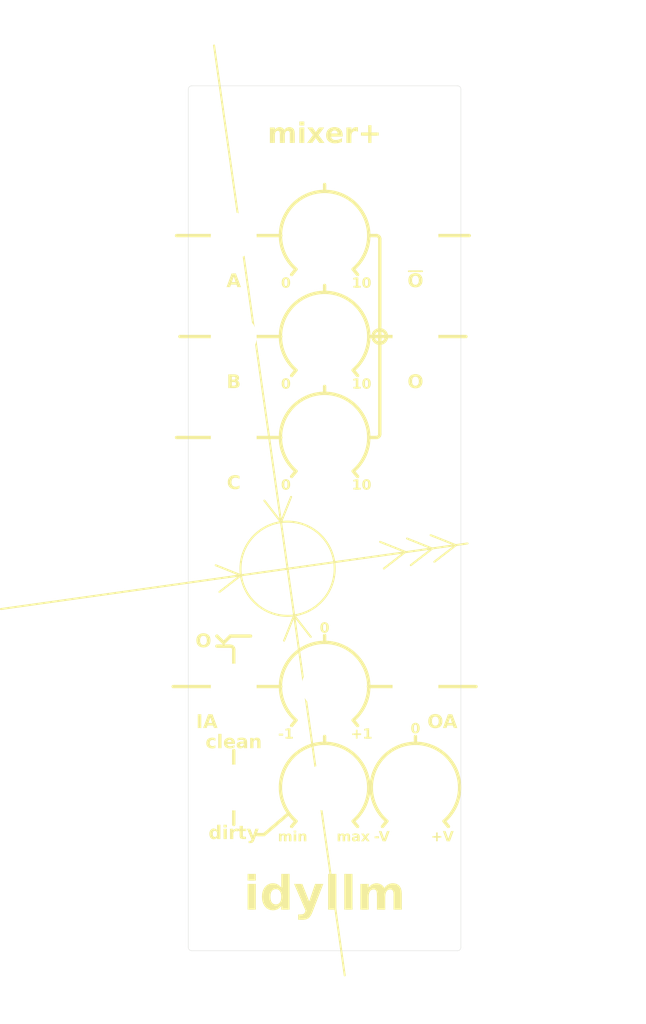
<source format=kicad_pcb>
(kicad_pcb (version 20240108) (generator "pcbnew") (generator_version "8.0")
  (layers (0 "F.Cu" signal) (31 "B.Cu" signal) (34 "B.Paste" user) (35 "F.Paste" user) (36 "B.SilkS" user "B.Silkscreen") (37 "F.SilkS" user "F.Silkscreen") (38 "B.Mask" user) (39 "F.Mask" user) (44 "Edge.Cuts" user))
  (net 0 "")
  (footprint "MountingHole:MountingHole_3.2mm_M3_DIN965" (layer "F.Cu") (at 107.5 38.75)
    (property "Reference" "H17" (hide yes))
    (property "Value" "Rail Mount")
    (pad "" np_thru_hole circle (at 0 0) (size 3.2 3.2) (drill oval 4.5 3.2) (layers "F&B.Cu" "*.Mask"))
  )
  (footprint "MountingHole:MountingHole_3.2mm_M3_DIN965" (layer "F.Cu") (at 132.9 38.75)
    (property "Reference" "H19" (hide yes))
    (property "Value" "Rail mount")
    (pad "" np_thru_hole circle (at 0 0) (size 3.2 3.2) (drill 3.2) (layers "*.Cu" "*.Mask"))
  )
  (footprint "MountingHole:MountingHole_3.2mm_M3_DIN965" (layer "F.Cu") (at 132.9 161.25)
    (property "Reference" "H18" (hide yes))
    (property "Value" "Rail Mount")
    (pad "" np_thru_hole circle (at 0 0) (size 3.2 3.2) (drill 3.2) (layers "*.Cu" "*.Mask"))
  )
  (footprint "AudioJacks:PanelHole_AudioJack_6.8mm" (layer "F.Cu") (at 106.5 58)
    (property "Reference" "H1" (hide yes))
    (property "Value" "Ch 1 In")
    (pad "" np_thru_hole circle (at 0 0) (size 6.8 6.8) (drill 6.8) (layers "F&B.Cu" "*.Mask"))
  )
  (footprint "AudioJacks:PanelHole_AudioJack_6.8mm" (layer "F.Cu") (at 133.5 125)
    (property "Reference" "H15" (hide yes))
    (property "Value" "Atten Out")
    (pad "" np_thru_hole circle (at 0 0) (size 6.8 6.8) (drill 6.8) (layers "F&B.Cu" "*.Mask"))
  )
  (footprint "AudioJacks:PanelHole_Potentiometer_6.8mm_13mm_knob" (layer "F.Cu") (at 120 88)
    (property "Reference" "H6" (hide yes))
    (property "Value" "Ch 3 Lvl")
    (pad "" np_thru_hole circle (at 0 0) (size 6.8 6.8) (drill 6.8) (layers "F&B.Cu" "*.Mask"))
  )
  (footprint "AudioJacks:PanelHole_Potentiometer_6.8mm_13mm_knob" (layer "F.Cu") (at 120 125)
    (property "Reference" "H13" (hide yes))
    (property "Value" "Atten Lvl")
    (pad "" np_thru_hole circle (at 0 0) (size 6.8 6.8) (drill 6.8) (layers "F&B.Cu" "*.Mask"))
  )
  (footprint "AudioJacks:PanelHole_AudioJack_6.8mm" (layer "F.Cu") (at 133.5 73)
    (property "Reference" "H8" (hide yes))
    (property "Value" "Out")
    (pad "" np_thru_hole circle (at 0 0) (size 6.8 6.8) (drill 6.8) (layers "F&B.Cu" "*.Mask"))
  )
  (footprint "AudioJacks:PanelHole_Potentiometer_6.8mm_13mm_knob" (layer "F.Cu") (at 120 58)
    (property "Reference" "H4" (hide yes))
    (property "Value" "Ch 1 Lvl")
    (pad "" np_thru_hole circle (at 0 0) (size 6.8 6.8) (drill 6.8) (layers "F&B.Cu" "*.Mask"))
  )
  (footprint "AudioJacks:PanelHole_AudioJack_6.8mm" (layer "F.Cu") (at 106.5 140)
    (property "Reference" "H12" (hide yes))
    (property "Value" "Distortion Switch")
    (pad "" np_thru_hole circle (at 0 0) (size 6.8 6.8) (drill 6.8) (layers "F&B.Cu" "*.Mask"))
  )
  (footprint "AudioJacks:PanelHole_AudioJack_6.8mm" (layer "F.Cu") (at 106.5 125)
    (property "Reference" "H11" (hide yes))
    (property "Value" "Atten In")
    (pad "" np_thru_hole circle (at 0 0) (size 6.8 6.8) (drill 6.8) (layers "F&B.Cu" "*.Mask"))
  )
  (footprint "AudioJacks:PanelHole_AudioJack_6.8mm" (layer "F.Cu") (at 133.5 58)
    (property "Reference" "H7" (hide yes))
    (property "Value" "Inv Out")
    (pad "" np_thru_hole circle (at 0 0) (size 6.8 6.8) (drill 6.8) (layers "F&B.Cu" "*.Mask"))
  )
  (footprint "AudioJacks:PanelHole_Potentiometer_6.8mm_13mm_knob" (layer "F.Cu") (at 133.5 140)
    (property "Reference" "H16" (hide yes))
    (property "Value" "DC Offset")
    (pad "" np_thru_hole circle (at 0 0) (size 6.8 6.8) (drill 6.8) (layers "F&B.Cu" "*.Mask"))
  )
  (footprint "MountingHole:MountingHole_3.2mm_M3_DIN965" (layer "F.Cu") (at 133.5 85.5)
    (property "Reference" "H9" (hide yes))
    (property "Value" "Red LED 3mm")
    (pad "" np_thru_hole circle (at 0 0) (size 3.2 3.2) (drill 3.2) (layers "*.Cu" "*.Mask"))
  )
  (footprint "MountingHole:MountingHole_3.2mm_M3_DIN965" (layer "F.Cu") (at 107.5 161.25)
    (property "Reference" "H20" (hide yes))
    (property "Value" "Rail mount")
    (pad "" np_thru_hole circle (at 0 0) (size 3.2 3.2) (drill oval 4.5 3.2) (layers "F&B.Cu" "*.Mask"))
  )
  (footprint "MountingHole:MountingHole_3.2mm_M3_DIN965" (layer "F.Cu") (at 133.5 90.5)
    (property "Reference" "H10" (hide yes))
    (property "Value" "Green LED 3mm")
    (pad "" np_thru_hole circle (at 0 0) (size 3.2 3.2) (drill 3.2) (layers "*.Cu" "*.Mask"))
  )
  (footprint "AudioJacks:PanelHole_AudioJack_6.8mm" (layer "F.Cu") (at 106.5 88)
    (property "Reference" "H3" (hide yes))
    (property "Value" "Ch 3 In")
    (pad "" np_thru_hole circle (at 0 0) (size 6.8 6.8) (drill 6.8) (layers "F&B.Cu" "*.Mask"))
  )
  (footprint "AudioJacks:PanelHole_Potentiometer_6.8mm_13mm_knob" (layer "F.Cu") (at 120 140)
    (property "Reference" "H14" (hide yes))
    (property "Value" "Distortion Lvl")
    (pad "" np_thru_hole circle (at 0 0) (size 6.8 6.8) (drill 6.8) (layers "F&B.Cu" "*.Mask"))
  )
  (footprint "AudioJacks:PanelHole_AudioJack_6.8mm" (layer "F.Cu") (at 106.5 73)
    (property "Reference" "H2" (hide yes))
    (property "Value" "Ch 2 In")
    (pad "" np_thru_hole circle (at 0 0) (size 6.8 6.8) (drill 6.8) (layers "F&B.Cu" "*.Mask"))
  )
  (footprint "AudioJacks:PanelHole_Potentiometer_6.8mm_13mm_knob" (layer "F.Cu") (at 120 73)
    (property "Reference" "H5" (hide yes))
    (property "Value" "Ch 2 Lvl")
    (pad "" np_thru_hole circle (at 0 0) (size 6.8 6.8) (drill 6.8) (layers "F&B.Cu" "*.Mask"))
  )
  (gr_line (start 126.7 58) (end 127.7 58) (stroke (width 0.5)) (layer "F.SilkS"))
  (gr_line (start 136 104.5) (end 132.255715 103.006569) (stroke (width 0.3)) (layer "F.SilkS"))
  (gr_line (start 139.5 104) (end 135.755715 102.506569) (stroke (width 0.3)) (layer "F.SilkS"))
  (gr_line (start 110 147) (end 111 147) (stroke (width 0.5)) (layer "F.SilkS"))
  (gr_line (start 121.431876 106.525788) (end 141.237237 103.742326) (stroke (width 0.3)) (layer "F.SilkS"))
  (gr_line (start 120 133.437798) (end 120 132.4) (stroke (width 0.5)) (layer "F.SilkS"))
  (gr_line (start 115.75 130) (end 115.1 130.8) (stroke (width 0.5)) (layer "F.SilkS"))
  (gr_line (start 132.5 63.3) (end 134.5 63.3) (stroke (width 0.25)) (layer "F.SilkS"))
  (gr_line (start 133.7 73) (end 126.7 73) (stroke (width 0.5)) (layer "F.SilkS"))
  (gr_line (start 132 105) (end 128.255715 103.506569) (stroke (width 0.3)) (layer "F.SilkS"))
  (gr_line (start 113.5 73) (end 98.5 73) (stroke (width 0.5)) (layer "F.SilkS"))
  (gr_line (start 133.5 73) (end 141 73) (stroke (width 0.5)) (layer "F.SilkS"))
  (gr_line (start 107.568123 108.474212) (end 103.823838 106.980781) (stroke (width 0.3)) (layer "F.SilkS"))
  (gr_line (start 128.2 58.5) (end 128.2 87.5) (stroke (width 0.5)) (layer "F.SilkS"))
  (gr_line (start 120 81.437798) (end 120 80.4) (stroke (width 0.5)) (layer "F.SilkS"))
  (gr_line (start 120 51.437798) (end 120 50.4) (stroke (width 0.5)) (layer "F.SilkS"))
  (gr_line (start 115.474211 114.431876) (end 113.980781 118.176161) (stroke (width 0.3)) (layer "F.SilkS"))
  (gr_line (start 107.568123 108.474212) (end 104.380531 110.941853) (stroke (width 0.3)) (layer "F.SilkS"))
  (gr_line (start 113.525787 100.568123) (end 103.574911 29.763956) (stroke (width 0.3)) (layer "F.SilkS"))
  (gr_line (start 113.5 58) (end 98 58) (stroke (width 0.5)) (layer "F.SilkS"))
  (gr_line (start 124.25 78) (end 124.9 78.8) (stroke (width 0.5)) (layer "F.SilkS"))
  (gr_line (start 107.568123 108.474212) (end 121.431876 106.525788) (stroke (width 0.3)) (layer "F.SilkS"))
  (gr_line (start 120 66.437798) (end 120 65.4) (stroke (width 0.5)) (layer "F.SilkS"))
  (gr_line (start 124.25 130) (end 124.9 130.8) (stroke (width 0.5)) (layer "F.SilkS"))
  (gr_line (start 120 118.437798) (end 120 117.4) (stroke (width 0.5)) (layer "F.SilkS"))
  (gr_line (start 106.5 134.5) (end 106.5 145.5) (stroke (width 0.5)) (layer "F.SilkS"))
  (gr_line (start 107.568123 108.474212) (end 71.918472 113.484443) (stroke (width 0.3)) (layer "F.SilkS"))
  (gr_arc (start 115.75 78) (mid 120 66.437798) (end 124.25 78) (stroke (width 0.5)) (layer "F.SilkS"))
  (gr_line (start 137.75 145) (end 138.4 145.8) (stroke (width 0.5)) (layer "F.SilkS"))
  (gr_line (start 111 147) (end 114.5 144) (stroke (width 0.5)) (layer "F.SilkS"))
  (gr_line (start 133.5 133.437798) (end 133.5 132.4) (stroke (width 0.5)) (layer "F.SilkS"))
  (gr_line (start 113.525787 100.568123) (end 115.474211 114.431876) (stroke (width 0.3)) (layer "F.SilkS"))
  (gr_circle (center 128.2 73) (end 129.2 73) (stroke (width 0.5)) (fill none) (layer "F.SilkS"))
  (gr_arc (start 128.2 87.5) (mid 128.053553 87.853553) (end 127.7 88) (stroke (width 0.5)) (layer "F.SilkS"))
  (gr_line (start 105 118.5) (end 104 117.5) (stroke (width 0.5)) (layer "F.SilkS"))
  (gr_line (start 127.7 88) (end 126.7 88) (stroke (width 0.5)) (layer "F.SilkS"))
  (gr_arc (start 129.25 145) (mid 133.5 133.437798) (end 137.75 145) (stroke (width 0.5)) (layer "F.SilkS"))
  (gr_line (start 115.75 93) (end 115.1 93.8) (stroke (width 0.5)) (layer "F.SilkS"))
  (gr_line (start 113.5 88) (end 98 88) (stroke (width 0.5)) (layer "F.SilkS"))
  (gr_line (start 132 105) (end 128.812408 107.467641) (stroke (width 0.3)) (layer "F.SilkS"))
  (gr_line (start 115.75 145) (end 115.1 145.8) (stroke (width 0.5)) (layer "F.SilkS"))
  (gr_line (start 139.5 104) (end 136.312408 106.467641) (stroke (width 0.3)) (layer "F.SilkS"))
  (gr_line (start 115.474211 114.431876) (end 117.941853 117.619468) (stroke (width 0.3)) (layer "F.SilkS"))
  (gr_circle (center 114.499999 107.5) (end 107.568123 108.474212) (stroke (width 0.3)) (fill none) (layer "F.SilkS"))
  (gr_line (start 133.5 58) (end 141.5 58) (stroke (width 0.5)) (layer "F.SilkS"))
  (gr_line (start 113.5 125) (end 97.5 125) (stroke (width 0.5)) (layer "F.SilkS"))
  (gr_line (start 105 118.5) (end 106 117.5) (stroke (width 0.5)) (layer "F.SilkS"))
  (gr_line (start 104 119) (end 106 119) (stroke (width 0.5)) (layer "F.SilkS"))
  (gr_line (start 136 104.5) (end 132.812408 106.967641) (stroke (width 0.3)) (layer "F.SilkS"))
  (gr_arc (start 115.75 130) (mid 120 118.437798) (end 124.25 130) (stroke (width 0.5)) (layer "F.SilkS"))
  (gr_arc (start 127.7 58) (mid 128.053553 58.146447) (end 128.2 58.5) (stroke (width 0.5)) (layer "F.SilkS"))
  (gr_line (start 109 117.5) (end 106 117.5) (stroke (width 0.5)) (layer "F.SilkS"))
  (gr_line (start 142.5 125) (end 126.5 125) (stroke (width 0.5)) (layer "F.SilkS"))
  (gr_line (start 115.75 63) (end 115.1 63.8) (stroke (width 0.5)) (layer "F.SilkS"))
  (gr_line (start 106.5 119.5) (end 106.5 125) (stroke (width 0.5)) (layer "F.SilkS"))
  (gr_line (start 115.75 78) (end 115.1 78.8) (stroke (width 0.5)) (layer "F.SilkS"))
  (gr_arc (start 115.75 145) (mid 120 133.437798) (end 124.25 145) (stroke (width 0.5)) (layer "F.SilkS"))
  (gr_line (start 113.525787 100.568123) (end 111.058145 97.380531) (stroke (width 0.3)) (layer "F.SilkS"))
  (gr_arc (start 115.75 93) (mid 120 81.437798) (end 124.25 93) (stroke (width 0.5)) (layer "F.SilkS"))
  (gr_line (start 129.25 145) (end 128.6 145.8) (stroke (width 0.5)) (layer "F.SilkS"))
  (gr_line (start 113.525787 100.568123) (end 115.019218 96.823839) (stroke (width 0.3)) (layer "F.SilkS"))
  (gr_line (start 124.25 93) (end 124.9 93.8) (stroke (width 0.5)) (layer "F.SilkS"))
  (gr_arc (start 115.75 63) (mid 120 51.437798) (end 124.25 63) (stroke (width 0.5)) (layer "F.SilkS"))
  (gr_line (start 124.25 63) (end 124.9 63.8) (stroke (width 0.5)) (layer "F.SilkS"))
  (gr_arc (start 106 119) (mid 106.353553 119.146447) (end 106.5 119.5) (stroke (width 0.5)) (layer "F.SilkS"))
  (gr_line (start 124.25 145) (end 124.9 145.8) (stroke (width 0.5)) (layer "F.SilkS"))
  (gr_line (start 115.474211 114.431876) (end 122.989558 167.906352) (stroke (width 0.3)) (layer "F.SilkS"))
  (gr_line (start 99.75 163.75) (end 99.75 36.25) (stroke (width 0.05)) (layer "Edge.Cuts"))
  (gr_arc (start 140.25 163.75) (mid 140.103553 164.103553) (end 139.75 164.25) (stroke (width 0.05)) (layer "Edge.Cuts"))
  (gr_line (start 139.75 164.25) (end 100.25 164.25) (stroke (width 0.05)) (layer "Edge.Cuts"))
  (gr_arc (start 100.25 164.25) (mid 99.896447 164.103553) (end 99.75 163.75) (stroke (width 0.05)) (layer "Edge.Cuts"))
  (gr_arc (start 99.75 36.25) (mid 99.896447 35.896447) (end 100.25 35.75) (stroke (width 0.05)) (layer "Edge.Cuts"))
  (gr_line (start 140.25 36.25) (end 140.25 163.75) (stroke (width 0.05)) (layer "Edge.Cuts"))
  (gr_arc (start 139.75 35.75) (mid 140.103553 35.896447) (end 140.25 36.25) (stroke (width 0.05)) (layer "Edge.Cuts"))
  (gr_line (start 100.25 35.75) (end 139.75 35.75) (stroke (width 0.05)) (layer "Edge.Cuts"))
  (gr_text "-1" (at 114.25 133 0) (layer "F.SilkS") (effects (font (size 1.5 1.5) (thickness 0.25)) (justify bottom)))
  (gr_text "10" (at 125.5 81 0) (layer "F.SilkS") (effects (font (size 1.5 1.5) (thickness 0.25)) (justify bottom)))
  (gr_text "min" (at 115.25 148.25 0) (layer "F.SilkS") (effects (font (size 1.5 1.5) (thickness 0.25)) (justify bottom)))
  (gr_text "OA" (at 137.5 131.5 0) (layer "F.SilkS") (effects (font (size 2 2) (thickness 0.25)) (justify bottom)))
  (gr_text "idyllm" (at 120 159 0) (layer "F.SilkS") (effects (font (size 5 5) (thickness 0.8) (bold yes)) (justify bottom)))
  (gr_text "B" (at 106.5 81 0) (layer "F.SilkS") (effects (font (size 2 2) (thickness 0.25)) (justify bottom)))
  (gr_text "O" (at 133.5 66 0) (layer "F.SilkS") (effects (font (size 2 2) (thickness 0.25)) (justify bottom)))
  (gr_text "0" (at 114.25 96 0) (layer "F.SilkS") (effects (font (size 1.5 1.5) (thickness 0.25)) (justify bottom)))
  (gr_text "clean" (at 106.5 134.5 0) (layer "F.SilkS") (effects (font (size 2 2) (thickness 0.25)) (justify bottom)))
  (gr_text "0" (at 114.25 81 0) (layer "F.SilkS") (effects (font (size 1.5 1.5) (thickness 0.25)) (justify bottom)))
  (gr_text "O" (at 133.5 81 0) (layer "F.SilkS") (effects (font (size 2 2) (thickness 0.25)) (justify bottom)))
  (gr_text "IA" (at 102.5 131.5 0) (layer "F.SilkS") (effects (font (size 2 2) (thickness 0.25)) (justify bottom)))
  (gr_text "O" (at 102 119.5 0) (layer "F.SilkS") (effects (font (size 2 2) (thickness 0.25)) (justify bottom)))
  (gr_text "max" (at 124.25 148.25 0) (layer "F.SilkS") (effects (font (size 1.5 1.5) (thickness 0.25)) (justify bottom)))
  (gr_text "mixer+" (at 120 44.75 0) (layer "F.SilkS") (effects (font (size 3 3) (thickness 0.25)) (justify bottom)))
  (gr_text "0" (at 120 117.25 0) (layer "F.SilkS") (effects (font (size 1.5 1.5) (thickness 0.25)) (justify bottom)))
  (gr_text "0" (at 114.25 66 0) (layer "F.SilkS") (effects (font (size 1.5 1.5) (thickness 0.25)) (justify bottom)))
  (gr_text "A" (at 106.5 66 0) (layer "F.SilkS") (effects (font (size 2 2) (thickness 0.25)) (justify bottom)))
  (gr_text "-V" (at 128.5 148.25 0) (layer "F.SilkS") (effects (font (size 1.5 1.5) (thickness 0.25)) (justify bottom)))
  (gr_text "C" (at 106.5 96 0) (layer "F.SilkS") (effects (font (size 2 2) (thickness 0.25)) (justify bottom)))
  (gr_text "10" (at 125.5 96 0) (layer "F.SilkS") (effects (font (size 1.5 1.5) (thickness 0.25)) (justify bottom)))
  (gr_text "0" (at 133.5 132.2 0) (layer "F.SilkS") (effects (font (size 1.5 1.5) (thickness 0.25)) (justify bottom)))
  (gr_text "dirty" (at 106.5 148 0) (layer "F.SilkS") (effects (font (size 2 2) (thickness 0.25)) (justify bottom)))
  (gr_text "+1" (at 125.5 133 0) (layer "F.SilkS") (effects (font (size 1.5 1.5) (thickness 0.25)) (justify bottom)))
  (gr_text "10" (at 125.5 66 0) (layer "F.SilkS") (effects (font (size 1.5 1.5) (thickness 0.25)) (justify bottom)))
  (gr_text "+V" (at 137.5 148.25 0) (layer "F.SilkS") (effects (font (size 1.5 1.5) (thickness 0.25)) (justify bottom)))
)
</source>
